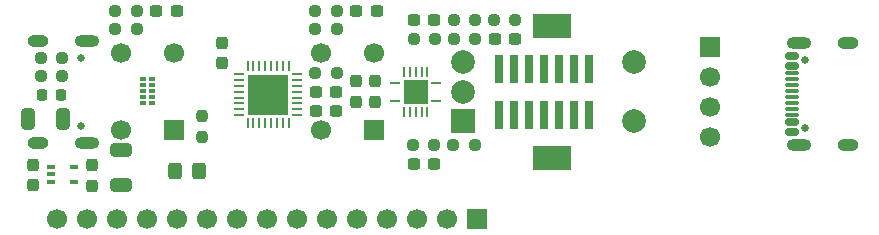
<source format=gbr>
%TF.GenerationSoftware,KiCad,Pcbnew,9.0.2*%
%TF.CreationDate,2025-07-12T05:54:42+02:00*%
%TF.ProjectId,synthmate_L432,73796e74-686d-4617-9465-5f4c3433322e,rev?*%
%TF.SameCoordinates,Original*%
%TF.FileFunction,Soldermask,Top*%
%TF.FilePolarity,Negative*%
%FSLAX46Y46*%
G04 Gerber Fmt 4.6, Leading zero omitted, Abs format (unit mm)*
G04 Created by KiCad (PCBNEW 9.0.2) date 2025-07-12 05:54:42*
%MOMM*%
%LPD*%
G01*
G04 APERTURE LIST*
G04 Aperture macros list*
%AMRoundRect*
0 Rectangle with rounded corners*
0 $1 Rounding radius*
0 $2 $3 $4 $5 $6 $7 $8 $9 X,Y pos of 4 corners*
0 Add a 4 corners polygon primitive as box body*
4,1,4,$2,$3,$4,$5,$6,$7,$8,$9,$2,$3,0*
0 Add four circle primitives for the rounded corners*
1,1,$1+$1,$2,$3*
1,1,$1+$1,$4,$5*
1,1,$1+$1,$6,$7*
1,1,$1+$1,$8,$9*
0 Add four rect primitives between the rounded corners*
20,1,$1+$1,$2,$3,$4,$5,0*
20,1,$1+$1,$4,$5,$6,$7,0*
20,1,$1+$1,$6,$7,$8,$9,0*
20,1,$1+$1,$8,$9,$2,$3,0*%
G04 Aperture macros list end*
%ADD10RoundRect,0.075000X-0.200000X0.075000X-0.200000X-0.075000X0.200000X-0.075000X0.200000X0.075000X0*%
%ADD11R,0.850000X0.280000*%
%ADD12R,0.280000X0.850000*%
%ADD13R,2.050000X2.050000*%
%ADD14RoundRect,0.237500X-0.237500X0.300000X-0.237500X-0.300000X0.237500X-0.300000X0.237500X0.300000X0*%
%ADD15RoundRect,0.237500X-0.250000X-0.237500X0.250000X-0.237500X0.250000X0.237500X-0.250000X0.237500X0*%
%ADD16RoundRect,0.218750X0.218750X0.256250X-0.218750X0.256250X-0.218750X-0.256250X0.218750X-0.256250X0*%
%ADD17RoundRect,0.237500X-0.300000X-0.237500X0.300000X-0.237500X0.300000X0.237500X-0.300000X0.237500X0*%
%ADD18R,1.700000X1.700000*%
%ADD19C,1.700000*%
%ADD20RoundRect,0.100000X-0.225000X-0.100000X0.225000X-0.100000X0.225000X0.100000X-0.225000X0.100000X0*%
%ADD21RoundRect,0.237500X0.250000X0.237500X-0.250000X0.237500X-0.250000X-0.237500X0.250000X-0.237500X0*%
%ADD22RoundRect,0.237500X0.237500X-0.300000X0.237500X0.300000X-0.237500X0.300000X-0.237500X-0.300000X0*%
%ADD23R,0.740000X2.400000*%
%ADD24RoundRect,0.237500X-0.237500X0.250000X-0.237500X-0.250000X0.237500X-0.250000X0.237500X0.250000X0*%
%ADD25RoundRect,0.250000X-0.325000X-0.450000X0.325000X-0.450000X0.325000X0.450000X-0.325000X0.450000X0*%
%ADD26RoundRect,0.250000X0.325000X0.650000X-0.325000X0.650000X-0.325000X-0.650000X0.325000X-0.650000X0*%
%ADD27C,0.650000*%
%ADD28RoundRect,0.150000X0.425000X-0.150000X0.425000X0.150000X-0.425000X0.150000X-0.425000X-0.150000X0*%
%ADD29RoundRect,0.075000X0.500000X-0.075000X0.500000X0.075000X-0.500000X0.075000X-0.500000X-0.075000X0*%
%ADD30O,2.100000X1.000000*%
%ADD31O,1.800000X1.000000*%
%ADD32RoundRect,0.062500X0.375000X0.062500X-0.375000X0.062500X-0.375000X-0.062500X0.375000X-0.062500X0*%
%ADD33RoundRect,0.062500X0.062500X0.375000X-0.062500X0.375000X-0.062500X-0.375000X0.062500X-0.375000X0*%
%ADD34R,3.450000X3.450000*%
%ADD35RoundRect,0.250000X-0.650000X0.325000X-0.650000X-0.325000X0.650000X-0.325000X0.650000X0.325000X0*%
%ADD36C,2.000000*%
%ADD37R,3.200000X2.000000*%
%ADD38R,2.000000X2.000000*%
G04 APERTURE END LIST*
D10*
%TO.C,U5*%
X102587500Y-45960000D03*
X102587500Y-46460000D03*
X102587500Y-46960000D03*
X102587500Y-47460000D03*
X102587500Y-47960000D03*
X103357500Y-47960000D03*
X103357500Y-47460000D03*
X103357500Y-46960000D03*
X103357500Y-46460000D03*
X103357500Y-45960000D03*
%TD*%
D11*
%TO.C,U6*%
X123945000Y-47780000D03*
D12*
X124670000Y-48755000D03*
X125170000Y-48755000D03*
X125670000Y-48755000D03*
X126170000Y-48755000D03*
X126670000Y-48755000D03*
D11*
X127395000Y-47780000D03*
X127395000Y-46280000D03*
D12*
X126670000Y-45305000D03*
X126170000Y-45305000D03*
X125670000Y-45305000D03*
X125170000Y-45305000D03*
X124670000Y-45305000D03*
D11*
X123945000Y-46280000D03*
D13*
X125670000Y-47030000D03*
%TD*%
D14*
%TO.C,C13*%
X122200000Y-46137500D03*
X122200000Y-47862500D03*
%TD*%
D15*
%TO.C,R13*%
X117187500Y-41700000D03*
X119012500Y-41700000D03*
%TD*%
D16*
%TO.C,D2*%
X95637500Y-47300000D03*
X94062500Y-47300000D03*
%TD*%
D15*
%TO.C,R6*%
X128887500Y-42500000D03*
X130712500Y-42500000D03*
%TD*%
D17*
%TO.C,C10*%
X132350000Y-42500000D03*
X134075000Y-42500000D03*
%TD*%
D18*
%TO.C,J5*%
X130880000Y-57810000D03*
D19*
X128340000Y-57810000D03*
X125800000Y-57810000D03*
X123260000Y-57810000D03*
X120720000Y-57810000D03*
X118180000Y-57810000D03*
X115640000Y-57810000D03*
X113100000Y-57810000D03*
X110560000Y-57810000D03*
X108020000Y-57810000D03*
X105480000Y-57810000D03*
X102940000Y-57810000D03*
X100400000Y-57810000D03*
X97860000Y-57810000D03*
X95320000Y-57810000D03*
%TD*%
D20*
%TO.C,U3*%
X94800000Y-53350000D03*
X94800000Y-54000000D03*
X94800000Y-54650000D03*
X96700000Y-54650000D03*
X96700000Y-53350000D03*
%TD*%
D21*
%TO.C,R11*%
X119012500Y-40150000D03*
X117187500Y-40150000D03*
%TD*%
D17*
%TO.C,C6*%
X125487500Y-53100000D03*
X127212500Y-53100000D03*
%TD*%
%TO.C,C12*%
X117237500Y-48600000D03*
X118962500Y-48600000D03*
%TD*%
D21*
%TO.C,R1*%
X130712500Y-40900000D03*
X128887500Y-40900000D03*
%TD*%
D15*
%TO.C,R3*%
X93937500Y-44150000D03*
X95762500Y-44150000D03*
%TD*%
D21*
%TO.C,R5*%
X119012500Y-45400000D03*
X117187500Y-45400000D03*
%TD*%
D22*
%TO.C,C11*%
X109230000Y-44562500D03*
X109230000Y-42837500D03*
%TD*%
D18*
%TO.C,J7*%
X150590000Y-43260000D03*
D19*
X150590000Y-45800000D03*
X150590000Y-48340000D03*
X150590000Y-50880000D03*
%TD*%
D15*
%TO.C,R14*%
X132287500Y-40900000D03*
X134112500Y-40900000D03*
%TD*%
D17*
%TO.C,C5*%
X117237500Y-47000000D03*
X118962500Y-47000000D03*
%TD*%
D23*
%TO.C,J8*%
X140330000Y-45050000D03*
X140330000Y-48950000D03*
X139060000Y-45050000D03*
X139060000Y-48950000D03*
X137790000Y-45050000D03*
X137790000Y-48950000D03*
X136520000Y-45050000D03*
X136520000Y-48950000D03*
X135250000Y-45050000D03*
X135250000Y-48950000D03*
X133980000Y-45050000D03*
X133980000Y-48950000D03*
X132710000Y-45050000D03*
X132710000Y-48950000D03*
%TD*%
D15*
%TO.C,R8*%
X125437500Y-51550000D03*
X127262500Y-51550000D03*
%TD*%
D24*
%TO.C,R4*%
X107600000Y-49037500D03*
X107600000Y-50862500D03*
%TD*%
D21*
%TO.C,R10*%
X102062500Y-40150000D03*
X100237500Y-40150000D03*
%TD*%
D14*
%TO.C,C2*%
X120600000Y-46137500D03*
X120600000Y-47862500D03*
%TD*%
D25*
%TO.C,D1*%
X105275000Y-53700000D03*
X107325000Y-53700000D03*
%TD*%
D17*
%TO.C,C9*%
X120637500Y-40150000D03*
X122362500Y-40150000D03*
%TD*%
D15*
%TO.C,R7*%
X128837500Y-51550000D03*
X130662500Y-51550000D03*
%TD*%
D14*
%TO.C,C4*%
X98250000Y-53237500D03*
X98250000Y-54962500D03*
%TD*%
D26*
%TO.C,C1*%
X95775000Y-49300000D03*
X92825000Y-49300000D03*
%TD*%
D17*
%TO.C,C8*%
X103700000Y-40150000D03*
X105425000Y-40150000D03*
%TD*%
D15*
%TO.C,R12*%
X100237500Y-41700000D03*
X102062500Y-41700000D03*
%TD*%
D27*
%TO.C,J3*%
X158600000Y-50100000D03*
X158600000Y-44320000D03*
D28*
X157525000Y-50410000D03*
X157525000Y-49610000D03*
D29*
X157525000Y-48460000D03*
X157525000Y-47460000D03*
X157525000Y-46960000D03*
X157525000Y-45960000D03*
D28*
X157525000Y-44810000D03*
X157525000Y-44010000D03*
X157525000Y-44010000D03*
X157525000Y-44810000D03*
D29*
X157525000Y-45460000D03*
X157525000Y-46460000D03*
X157525000Y-47960000D03*
X157525000Y-48960000D03*
D28*
X157525000Y-49610000D03*
X157525000Y-50410000D03*
D30*
X158100000Y-51530000D03*
D31*
X162280000Y-51530000D03*
D30*
X158100000Y-42890000D03*
D31*
X162280000Y-42890000D03*
%TD*%
D14*
%TO.C,C3*%
X93250000Y-53187500D03*
X93250000Y-54912500D03*
%TD*%
D15*
%TO.C,R2*%
X93937500Y-45700000D03*
X95762500Y-45700000D03*
%TD*%
D32*
%TO.C,U1*%
X115625000Y-49000000D03*
X115625000Y-48500000D03*
X115625000Y-48000000D03*
X115625000Y-47500000D03*
X115625000Y-47000000D03*
X115625000Y-46500000D03*
X115625000Y-46000000D03*
X115625000Y-45500000D03*
D33*
X114937500Y-44812500D03*
X114437500Y-44812500D03*
X113937500Y-44812500D03*
X113437500Y-44812500D03*
X112937500Y-44812500D03*
X112437500Y-44812500D03*
X111937500Y-44812500D03*
X111437500Y-44812500D03*
D32*
X110750000Y-45500000D03*
X110750000Y-46000000D03*
X110750000Y-46500000D03*
X110750000Y-47000000D03*
X110750000Y-47500000D03*
X110750000Y-48000000D03*
X110750000Y-48500000D03*
X110750000Y-49000000D03*
D33*
X111437500Y-49687500D03*
X111937500Y-49687500D03*
X112437500Y-49687500D03*
X112937500Y-49687500D03*
X113437500Y-49687500D03*
X113937500Y-49687500D03*
X114437500Y-49687500D03*
X114937500Y-49687500D03*
D34*
X113187500Y-47250000D03*
%TD*%
D35*
%TO.C,C14*%
X100750000Y-51975000D03*
X100750000Y-54925000D03*
%TD*%
D15*
%TO.C,R9*%
X125487500Y-42500000D03*
X127312500Y-42500000D03*
%TD*%
D17*
%TO.C,C7*%
X125537500Y-40900000D03*
X127262500Y-40900000D03*
%TD*%
D36*
%TO.C,SW1*%
X144180000Y-49500000D03*
X144180000Y-44500000D03*
D37*
X137180000Y-52600000D03*
X137180000Y-41400000D03*
D36*
X129680000Y-47000000D03*
X129680000Y-44500000D03*
D38*
X129680000Y-49500000D03*
%TD*%
D18*
%TO.C,SW2*%
X105180000Y-50250000D03*
D19*
X105180000Y-43750000D03*
X100680000Y-50250000D03*
X100680000Y-43750000D03*
%TD*%
D18*
%TO.C,SW3*%
X122180000Y-50250000D03*
D19*
X122180000Y-43750000D03*
X117680000Y-50250000D03*
X117680000Y-43750000D03*
%TD*%
D27*
%TO.C,J1*%
X97355000Y-49890000D03*
X97355000Y-44110000D03*
D31*
X93675000Y-51320000D03*
D30*
X97855000Y-51320000D03*
D31*
X93675000Y-42680000D03*
D30*
X97855000Y-42680000D03*
%TD*%
M02*

</source>
